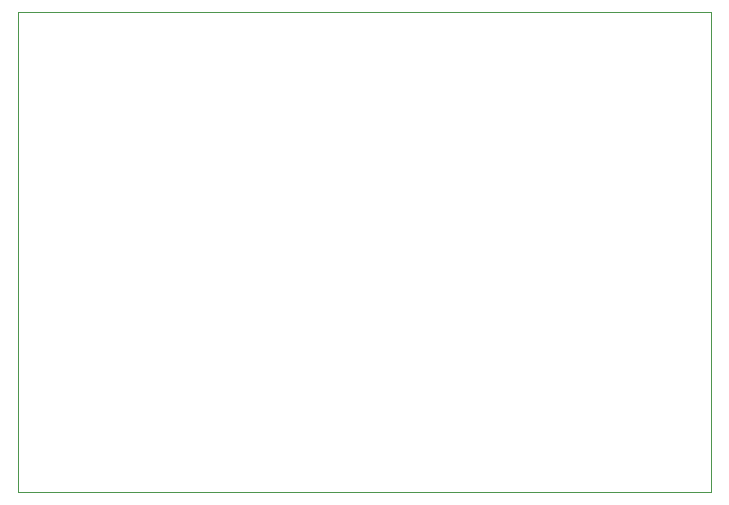
<source format=gm1>
G04 #@! TF.GenerationSoftware,KiCad,Pcbnew,(6.0.5)*
G04 #@! TF.CreationDate,2024-04-06T13:45:57+02:00*
G04 #@! TF.ProjectId,1541-RAMBoard2-FirstBank,31353431-2d52-4414-9d42-6f617264322d,rev?*
G04 #@! TF.SameCoordinates,Original*
G04 #@! TF.FileFunction,Profile,NP*
%FSLAX46Y46*%
G04 Gerber Fmt 4.6, Leading zero omitted, Abs format (unit mm)*
G04 Created by KiCad (PCBNEW (6.0.5)) date 2024-04-06 13:45:57*
%MOMM*%
%LPD*%
G01*
G04 APERTURE LIST*
G04 #@! TA.AperFunction,Profile*
%ADD10C,0.100000*%
G04 #@! TD*
G04 APERTURE END LIST*
D10*
X167640000Y-85598000D02*
X167640000Y-126238000D01*
X167640000Y-126238000D02*
X108966000Y-126238000D01*
X108966000Y-85598000D02*
X167640000Y-85598000D01*
X108966000Y-126238000D02*
X108966000Y-85598000D01*
M02*

</source>
